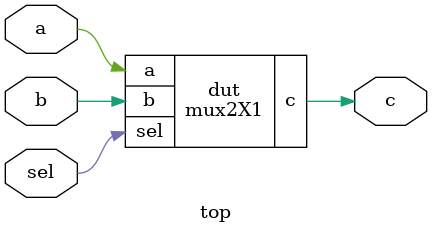
<source format=v>
/* Generated by Yosys 0.9+4274 (git sha1 e6dd4db0, gcc 9.3.0-17ubuntu1~20.04 -fPIC -Os) */

module mux2X1(a, b, sel, c);
  input a;
  input b;
  output c;
  input sel;
  sky130_fd_sc_hd__mux2_1 _0_ (
    .A0(a),
    .A1(b),
    .S(sel),
    .X(c)
  );
endmodule

module top(a, b, sel, c);
  input a;
  input b;
  output c;
  input sel;
  mux2X1 dut (
    .a(a),
    .b(b),
    .c(c),
    .sel(sel)
  );
endmodule

</source>
